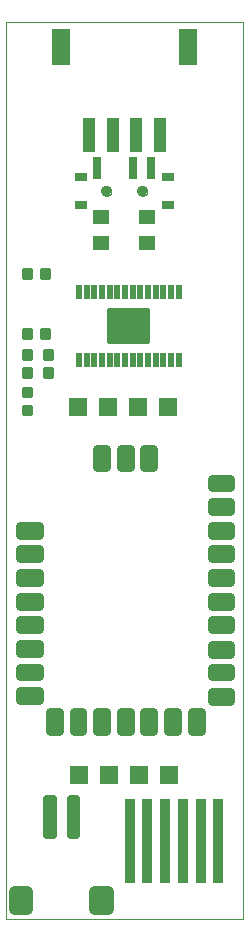
<source format=gts>
G75*
%MOIN*%
%OFA0B0*%
%FSLAX25Y25*%
%IPPOS*%
%LPD*%
%AMOC8*
5,1,8,0,0,1.08239X$1,22.5*
%
%ADD10C,0.00000*%
%ADD11C,0.01600*%
%ADD12R,0.01975X0.05124*%
%ADD13R,0.04376X0.11187*%
%ADD14R,0.06306X0.12211*%
%ADD15R,0.06337X0.06337*%
%ADD16C,0.00975*%
%ADD17C,0.02956*%
%ADD18R,0.03156X0.07487*%
%ADD19R,0.04400X0.03156*%
%ADD20C,0.03600*%
%ADD21C,0.02169*%
%ADD22C,0.04137*%
%ADD23R,0.03746X0.27959*%
%ADD24R,0.05518X0.04928*%
D10*
X0002667Y0001800D02*
X0002667Y0300700D01*
X0081667Y0300700D01*
X0081667Y0001800D01*
X0002667Y0001800D01*
X0034567Y0244300D02*
X0034569Y0244380D01*
X0034575Y0244459D01*
X0034585Y0244538D01*
X0034599Y0244617D01*
X0034616Y0244695D01*
X0034638Y0244772D01*
X0034663Y0244847D01*
X0034693Y0244921D01*
X0034725Y0244994D01*
X0034762Y0245065D01*
X0034802Y0245134D01*
X0034845Y0245201D01*
X0034892Y0245266D01*
X0034941Y0245328D01*
X0034994Y0245388D01*
X0035050Y0245445D01*
X0035108Y0245500D01*
X0035169Y0245551D01*
X0035233Y0245599D01*
X0035299Y0245644D01*
X0035367Y0245686D01*
X0035437Y0245724D01*
X0035509Y0245758D01*
X0035582Y0245789D01*
X0035657Y0245817D01*
X0035734Y0245840D01*
X0035811Y0245860D01*
X0035889Y0245876D01*
X0035968Y0245888D01*
X0036047Y0245896D01*
X0036127Y0245900D01*
X0036207Y0245900D01*
X0036287Y0245896D01*
X0036366Y0245888D01*
X0036445Y0245876D01*
X0036523Y0245860D01*
X0036600Y0245840D01*
X0036677Y0245817D01*
X0036752Y0245789D01*
X0036825Y0245758D01*
X0036897Y0245724D01*
X0036967Y0245686D01*
X0037035Y0245644D01*
X0037101Y0245599D01*
X0037165Y0245551D01*
X0037226Y0245500D01*
X0037284Y0245445D01*
X0037340Y0245388D01*
X0037393Y0245328D01*
X0037442Y0245266D01*
X0037489Y0245201D01*
X0037532Y0245134D01*
X0037572Y0245065D01*
X0037609Y0244994D01*
X0037641Y0244921D01*
X0037671Y0244847D01*
X0037696Y0244772D01*
X0037718Y0244695D01*
X0037735Y0244617D01*
X0037749Y0244538D01*
X0037759Y0244459D01*
X0037765Y0244380D01*
X0037767Y0244300D01*
X0037765Y0244220D01*
X0037759Y0244141D01*
X0037749Y0244062D01*
X0037735Y0243983D01*
X0037718Y0243905D01*
X0037696Y0243828D01*
X0037671Y0243753D01*
X0037641Y0243679D01*
X0037609Y0243606D01*
X0037572Y0243535D01*
X0037532Y0243466D01*
X0037489Y0243399D01*
X0037442Y0243334D01*
X0037393Y0243272D01*
X0037340Y0243212D01*
X0037284Y0243155D01*
X0037226Y0243100D01*
X0037165Y0243049D01*
X0037101Y0243001D01*
X0037035Y0242956D01*
X0036967Y0242914D01*
X0036897Y0242876D01*
X0036825Y0242842D01*
X0036752Y0242811D01*
X0036677Y0242783D01*
X0036600Y0242760D01*
X0036523Y0242740D01*
X0036445Y0242724D01*
X0036366Y0242712D01*
X0036287Y0242704D01*
X0036207Y0242700D01*
X0036127Y0242700D01*
X0036047Y0242704D01*
X0035968Y0242712D01*
X0035889Y0242724D01*
X0035811Y0242740D01*
X0035734Y0242760D01*
X0035657Y0242783D01*
X0035582Y0242811D01*
X0035509Y0242842D01*
X0035437Y0242876D01*
X0035367Y0242914D01*
X0035299Y0242956D01*
X0035233Y0243001D01*
X0035169Y0243049D01*
X0035108Y0243100D01*
X0035050Y0243155D01*
X0034994Y0243212D01*
X0034941Y0243272D01*
X0034892Y0243334D01*
X0034845Y0243399D01*
X0034802Y0243466D01*
X0034762Y0243535D01*
X0034725Y0243606D01*
X0034693Y0243679D01*
X0034663Y0243753D01*
X0034638Y0243828D01*
X0034616Y0243905D01*
X0034599Y0243983D01*
X0034585Y0244062D01*
X0034575Y0244141D01*
X0034569Y0244220D01*
X0034567Y0244300D01*
X0046567Y0244300D02*
X0046569Y0244380D01*
X0046575Y0244459D01*
X0046585Y0244538D01*
X0046599Y0244617D01*
X0046616Y0244695D01*
X0046638Y0244772D01*
X0046663Y0244847D01*
X0046693Y0244921D01*
X0046725Y0244994D01*
X0046762Y0245065D01*
X0046802Y0245134D01*
X0046845Y0245201D01*
X0046892Y0245266D01*
X0046941Y0245328D01*
X0046994Y0245388D01*
X0047050Y0245445D01*
X0047108Y0245500D01*
X0047169Y0245551D01*
X0047233Y0245599D01*
X0047299Y0245644D01*
X0047367Y0245686D01*
X0047437Y0245724D01*
X0047509Y0245758D01*
X0047582Y0245789D01*
X0047657Y0245817D01*
X0047734Y0245840D01*
X0047811Y0245860D01*
X0047889Y0245876D01*
X0047968Y0245888D01*
X0048047Y0245896D01*
X0048127Y0245900D01*
X0048207Y0245900D01*
X0048287Y0245896D01*
X0048366Y0245888D01*
X0048445Y0245876D01*
X0048523Y0245860D01*
X0048600Y0245840D01*
X0048677Y0245817D01*
X0048752Y0245789D01*
X0048825Y0245758D01*
X0048897Y0245724D01*
X0048967Y0245686D01*
X0049035Y0245644D01*
X0049101Y0245599D01*
X0049165Y0245551D01*
X0049226Y0245500D01*
X0049284Y0245445D01*
X0049340Y0245388D01*
X0049393Y0245328D01*
X0049442Y0245266D01*
X0049489Y0245201D01*
X0049532Y0245134D01*
X0049572Y0245065D01*
X0049609Y0244994D01*
X0049641Y0244921D01*
X0049671Y0244847D01*
X0049696Y0244772D01*
X0049718Y0244695D01*
X0049735Y0244617D01*
X0049749Y0244538D01*
X0049759Y0244459D01*
X0049765Y0244380D01*
X0049767Y0244300D01*
X0049765Y0244220D01*
X0049759Y0244141D01*
X0049749Y0244062D01*
X0049735Y0243983D01*
X0049718Y0243905D01*
X0049696Y0243828D01*
X0049671Y0243753D01*
X0049641Y0243679D01*
X0049609Y0243606D01*
X0049572Y0243535D01*
X0049532Y0243466D01*
X0049489Y0243399D01*
X0049442Y0243334D01*
X0049393Y0243272D01*
X0049340Y0243212D01*
X0049284Y0243155D01*
X0049226Y0243100D01*
X0049165Y0243049D01*
X0049101Y0243001D01*
X0049035Y0242956D01*
X0048967Y0242914D01*
X0048897Y0242876D01*
X0048825Y0242842D01*
X0048752Y0242811D01*
X0048677Y0242783D01*
X0048600Y0242760D01*
X0048523Y0242740D01*
X0048445Y0242724D01*
X0048366Y0242712D01*
X0048287Y0242704D01*
X0048207Y0242700D01*
X0048127Y0242700D01*
X0048047Y0242704D01*
X0047968Y0242712D01*
X0047889Y0242724D01*
X0047811Y0242740D01*
X0047734Y0242760D01*
X0047657Y0242783D01*
X0047582Y0242811D01*
X0047509Y0242842D01*
X0047437Y0242876D01*
X0047367Y0242914D01*
X0047299Y0242956D01*
X0047233Y0243001D01*
X0047169Y0243049D01*
X0047108Y0243100D01*
X0047050Y0243155D01*
X0046994Y0243212D01*
X0046941Y0243272D01*
X0046892Y0243334D01*
X0046845Y0243399D01*
X0046802Y0243466D01*
X0046762Y0243535D01*
X0046725Y0243606D01*
X0046693Y0243679D01*
X0046663Y0243753D01*
X0046638Y0243828D01*
X0046616Y0243905D01*
X0046599Y0243983D01*
X0046585Y0244062D01*
X0046575Y0244141D01*
X0046569Y0244220D01*
X0046567Y0244300D01*
D11*
X0049667Y0204800D02*
X0037167Y0204800D01*
X0037167Y0194300D01*
X0049667Y0194300D01*
X0049667Y0204800D01*
X0049667Y0204030D02*
X0037167Y0204030D01*
X0037167Y0202432D02*
X0049667Y0202432D01*
X0049667Y0200833D02*
X0037167Y0200833D01*
X0037167Y0199235D02*
X0049667Y0199235D01*
X0049667Y0197636D02*
X0037167Y0197636D01*
X0037167Y0196038D02*
X0049667Y0196038D01*
X0049667Y0194439D02*
X0037167Y0194439D01*
D12*
X0037269Y0187883D03*
X0034710Y0187883D03*
X0032151Y0187883D03*
X0029592Y0187883D03*
X0027033Y0187883D03*
X0027033Y0210717D03*
X0029592Y0210717D03*
X0032151Y0210717D03*
X0034710Y0210717D03*
X0037269Y0210717D03*
X0039828Y0210717D03*
X0042387Y0210717D03*
X0044946Y0210717D03*
X0047505Y0210717D03*
X0050064Y0210717D03*
X0052623Y0210717D03*
X0055182Y0210717D03*
X0057741Y0210717D03*
X0060301Y0210717D03*
X0060301Y0187883D03*
X0057741Y0187883D03*
X0055182Y0187883D03*
X0052623Y0187883D03*
X0050064Y0187883D03*
X0047505Y0187883D03*
X0044946Y0187883D03*
X0042387Y0187883D03*
X0039828Y0187883D03*
D13*
X0038230Y0262906D03*
X0046104Y0262906D03*
X0053978Y0262906D03*
X0030356Y0262906D03*
D14*
X0020907Y0292434D03*
X0063427Y0292434D03*
D15*
X0056667Y0172300D03*
X0046667Y0172300D03*
X0036667Y0172300D03*
X0026667Y0172300D03*
X0027167Y0049800D03*
X0037167Y0049800D03*
X0047167Y0049800D03*
X0057167Y0049800D03*
D16*
X0018130Y0182337D02*
X0018130Y0185263D01*
X0018130Y0182337D02*
X0015204Y0182337D01*
X0015204Y0185263D01*
X0018130Y0185263D01*
X0018130Y0183311D02*
X0015204Y0183311D01*
X0015204Y0184285D02*
X0018130Y0184285D01*
X0018130Y0185259D02*
X0015204Y0185259D01*
X0018130Y0188337D02*
X0018130Y0191263D01*
X0018130Y0188337D02*
X0015204Y0188337D01*
X0015204Y0191263D01*
X0018130Y0191263D01*
X0018130Y0189311D02*
X0015204Y0189311D01*
X0015204Y0190285D02*
X0018130Y0190285D01*
X0018130Y0191259D02*
X0015204Y0191259D01*
X0014204Y0198263D02*
X0017130Y0198263D01*
X0017130Y0195337D01*
X0014204Y0195337D01*
X0014204Y0198263D01*
X0014204Y0196311D02*
X0017130Y0196311D01*
X0017130Y0197285D02*
X0014204Y0197285D01*
X0014204Y0198259D02*
X0017130Y0198259D01*
X0017130Y0215337D02*
X0014204Y0215337D01*
X0014204Y0218263D01*
X0017130Y0218263D01*
X0017130Y0215337D01*
X0017130Y0216311D02*
X0014204Y0216311D01*
X0014204Y0217285D02*
X0017130Y0217285D01*
X0017130Y0218259D02*
X0014204Y0218259D01*
X0011130Y0215337D02*
X0008204Y0215337D01*
X0008204Y0218263D01*
X0011130Y0218263D01*
X0011130Y0215337D01*
X0011130Y0216311D02*
X0008204Y0216311D01*
X0008204Y0217285D02*
X0011130Y0217285D01*
X0011130Y0218259D02*
X0008204Y0218259D01*
X0008204Y0198263D02*
X0011130Y0198263D01*
X0011130Y0195337D01*
X0008204Y0195337D01*
X0008204Y0198263D01*
X0008204Y0196311D02*
X0011130Y0196311D01*
X0011130Y0197285D02*
X0008204Y0197285D01*
X0008204Y0198259D02*
X0011130Y0198259D01*
X0008204Y0191263D02*
X0008204Y0188337D01*
X0008204Y0191263D02*
X0011130Y0191263D01*
X0011130Y0188337D01*
X0008204Y0188337D01*
X0008204Y0189311D02*
X0011130Y0189311D01*
X0011130Y0190285D02*
X0008204Y0190285D01*
X0008204Y0191259D02*
X0011130Y0191259D01*
X0008204Y0185263D02*
X0008204Y0182337D01*
X0008204Y0185263D02*
X0011130Y0185263D01*
X0011130Y0182337D01*
X0008204Y0182337D01*
X0008204Y0183311D02*
X0011130Y0183311D01*
X0011130Y0184285D02*
X0008204Y0184285D01*
X0008204Y0185259D02*
X0011130Y0185259D01*
X0008204Y0178763D02*
X0008204Y0175837D01*
X0008204Y0178763D02*
X0011130Y0178763D01*
X0011130Y0175837D01*
X0008204Y0175837D01*
X0008204Y0176811D02*
X0011130Y0176811D01*
X0011130Y0177785D02*
X0008204Y0177785D01*
X0008204Y0178759D02*
X0011130Y0178759D01*
X0008204Y0172763D02*
X0008204Y0169837D01*
X0008204Y0172763D02*
X0011130Y0172763D01*
X0011130Y0169837D01*
X0008204Y0169837D01*
X0008204Y0170811D02*
X0011130Y0170811D01*
X0011130Y0171785D02*
X0008204Y0171785D01*
X0008204Y0172759D02*
X0011130Y0172759D01*
D17*
X0013616Y0129751D02*
X0007512Y0129751D01*
X0007512Y0132707D01*
X0013616Y0132707D01*
X0013616Y0129751D01*
X0013616Y0132706D02*
X0007512Y0132706D01*
X0007512Y0121877D02*
X0013616Y0121877D01*
X0007512Y0121877D02*
X0007512Y0124833D01*
X0013616Y0124833D01*
X0013616Y0121877D01*
X0013616Y0124832D02*
X0007512Y0124832D01*
X0007512Y0114003D02*
X0013616Y0114003D01*
X0007512Y0114003D02*
X0007512Y0116959D01*
X0013616Y0116959D01*
X0013616Y0114003D01*
X0013616Y0116958D02*
X0007512Y0116958D01*
X0007512Y0106129D02*
X0013616Y0106129D01*
X0007512Y0106129D02*
X0007512Y0109085D01*
X0013616Y0109085D01*
X0013616Y0106129D01*
X0013616Y0109084D02*
X0007512Y0109084D01*
X0007512Y0098255D02*
X0013616Y0098255D01*
X0007512Y0098255D02*
X0007512Y0101211D01*
X0013616Y0101211D01*
X0013616Y0098255D01*
X0013616Y0101210D02*
X0007512Y0101210D01*
X0007512Y0090381D02*
X0013616Y0090381D01*
X0007512Y0090381D02*
X0007512Y0093337D01*
X0013616Y0093337D01*
X0013616Y0090381D01*
X0013616Y0093336D02*
X0007512Y0093336D01*
X0007512Y0082507D02*
X0013616Y0082507D01*
X0007512Y0082507D02*
X0007512Y0085463D01*
X0013616Y0085463D01*
X0013616Y0082507D01*
X0013616Y0085462D02*
X0007512Y0085462D01*
X0007512Y0074633D02*
X0013616Y0074633D01*
X0007512Y0074633D02*
X0007512Y0077589D01*
X0013616Y0077589D01*
X0013616Y0074633D01*
X0013616Y0077588D02*
X0007512Y0077588D01*
X0017354Y0064398D02*
X0020310Y0064398D01*
X0017354Y0064398D02*
X0017354Y0070502D01*
X0020310Y0070502D01*
X0020310Y0064398D01*
X0020310Y0067353D02*
X0017354Y0067353D01*
X0017354Y0070308D02*
X0020310Y0070308D01*
X0025228Y0064398D02*
X0028184Y0064398D01*
X0025228Y0064398D02*
X0025228Y0070502D01*
X0028184Y0070502D01*
X0028184Y0064398D01*
X0028184Y0067353D02*
X0025228Y0067353D01*
X0025228Y0070308D02*
X0028184Y0070308D01*
X0033102Y0064398D02*
X0036058Y0064398D01*
X0033102Y0064398D02*
X0033102Y0070502D01*
X0036058Y0070502D01*
X0036058Y0064398D01*
X0036058Y0067353D02*
X0033102Y0067353D01*
X0033102Y0070308D02*
X0036058Y0070308D01*
X0040976Y0064398D02*
X0043932Y0064398D01*
X0040976Y0064398D02*
X0040976Y0070502D01*
X0043932Y0070502D01*
X0043932Y0064398D01*
X0043932Y0067353D02*
X0040976Y0067353D01*
X0040976Y0070308D02*
X0043932Y0070308D01*
X0048850Y0064398D02*
X0051806Y0064398D01*
X0048850Y0064398D02*
X0048850Y0070502D01*
X0051806Y0070502D01*
X0051806Y0064398D01*
X0051806Y0067353D02*
X0048850Y0067353D01*
X0048850Y0070308D02*
X0051806Y0070308D01*
X0056724Y0064398D02*
X0059680Y0064398D01*
X0056724Y0064398D02*
X0056724Y0070502D01*
X0059680Y0070502D01*
X0059680Y0064398D01*
X0059680Y0067353D02*
X0056724Y0067353D01*
X0056724Y0070308D02*
X0059680Y0070308D01*
X0064598Y0064398D02*
X0067554Y0064398D01*
X0064598Y0064398D02*
X0064598Y0070502D01*
X0067554Y0070502D01*
X0067554Y0064398D01*
X0067554Y0067353D02*
X0064598Y0067353D01*
X0064598Y0070308D02*
X0067554Y0070308D01*
X0071292Y0074239D02*
X0077396Y0074239D01*
X0071292Y0074239D02*
X0071292Y0077195D01*
X0077396Y0077195D01*
X0077396Y0074239D01*
X0077396Y0077194D02*
X0071292Y0077194D01*
X0071292Y0082507D02*
X0077396Y0082507D01*
X0071292Y0082507D02*
X0071292Y0085463D01*
X0077396Y0085463D01*
X0077396Y0082507D01*
X0077396Y0085462D02*
X0071292Y0085462D01*
X0071292Y0089987D02*
X0077396Y0089987D01*
X0071292Y0089987D02*
X0071292Y0092943D01*
X0077396Y0092943D01*
X0077396Y0089987D01*
X0077396Y0092942D02*
X0071292Y0092942D01*
X0071292Y0098255D02*
X0077396Y0098255D01*
X0071292Y0098255D02*
X0071292Y0101211D01*
X0077396Y0101211D01*
X0077396Y0098255D01*
X0077396Y0101210D02*
X0071292Y0101210D01*
X0071292Y0106129D02*
X0077396Y0106129D01*
X0071292Y0106129D02*
X0071292Y0109085D01*
X0077396Y0109085D01*
X0077396Y0106129D01*
X0077396Y0109084D02*
X0071292Y0109084D01*
X0071292Y0114003D02*
X0077396Y0114003D01*
X0071292Y0114003D02*
X0071292Y0116959D01*
X0077396Y0116959D01*
X0077396Y0114003D01*
X0077396Y0116958D02*
X0071292Y0116958D01*
X0071292Y0121877D02*
X0077396Y0121877D01*
X0071292Y0121877D02*
X0071292Y0124833D01*
X0077396Y0124833D01*
X0077396Y0121877D01*
X0077396Y0124832D02*
X0071292Y0124832D01*
X0071292Y0129751D02*
X0077396Y0129751D01*
X0071292Y0129751D02*
X0071292Y0132707D01*
X0077396Y0132707D01*
X0077396Y0129751D01*
X0077396Y0132706D02*
X0071292Y0132706D01*
X0071292Y0137625D02*
X0077396Y0137625D01*
X0071292Y0137625D02*
X0071292Y0140581D01*
X0077396Y0140581D01*
X0077396Y0137625D01*
X0077396Y0140580D02*
X0071292Y0140580D01*
X0071292Y0145499D02*
X0077396Y0145499D01*
X0071292Y0145499D02*
X0071292Y0148455D01*
X0077396Y0148455D01*
X0077396Y0145499D01*
X0077396Y0148454D02*
X0071292Y0148454D01*
X0051806Y0152193D02*
X0048850Y0152193D01*
X0048850Y0158297D01*
X0051806Y0158297D01*
X0051806Y0152193D01*
X0051806Y0155148D02*
X0048850Y0155148D01*
X0048850Y0158103D02*
X0051806Y0158103D01*
X0043932Y0152193D02*
X0040976Y0152193D01*
X0040976Y0158297D01*
X0043932Y0158297D01*
X0043932Y0152193D01*
X0043932Y0155148D02*
X0040976Y0155148D01*
X0040976Y0158103D02*
X0043932Y0158103D01*
X0036058Y0152193D02*
X0033102Y0152193D01*
X0033102Y0158297D01*
X0036058Y0158297D01*
X0036058Y0152193D01*
X0036058Y0155148D02*
X0033102Y0155148D01*
X0033102Y0158103D02*
X0036058Y0158103D01*
D18*
X0033167Y0252087D03*
X0045167Y0252087D03*
X0051167Y0252087D03*
D19*
X0056667Y0248828D03*
X0056667Y0239772D03*
X0027667Y0239772D03*
X0027667Y0248828D03*
D20*
X0036167Y0244300D03*
X0048167Y0244300D03*
D21*
X0026188Y0042002D02*
X0026188Y0029598D01*
X0024020Y0029598D01*
X0024020Y0042002D01*
X0026188Y0042002D01*
X0026188Y0031766D02*
X0024020Y0031766D01*
X0024020Y0033934D02*
X0026188Y0033934D01*
X0026188Y0036102D02*
X0024020Y0036102D01*
X0024020Y0038270D02*
X0026188Y0038270D01*
X0026188Y0040438D02*
X0024020Y0040438D01*
X0018314Y0042002D02*
X0018314Y0029598D01*
X0016146Y0029598D01*
X0016146Y0042002D01*
X0018314Y0042002D01*
X0018314Y0031766D02*
X0016146Y0031766D01*
X0016146Y0033934D02*
X0018314Y0033934D01*
X0018314Y0036102D02*
X0016146Y0036102D01*
X0016146Y0038270D02*
X0018314Y0038270D01*
X0018314Y0040438D02*
X0016146Y0040438D01*
D22*
X0009850Y0010569D02*
X0009850Y0004857D01*
X0005712Y0004857D01*
X0005712Y0010569D01*
X0009850Y0010569D01*
X0009850Y0008993D02*
X0005712Y0008993D01*
X0036621Y0010569D02*
X0036621Y0004857D01*
X0032483Y0004857D01*
X0032483Y0010569D01*
X0036621Y0010569D01*
X0036621Y0008993D02*
X0032483Y0008993D01*
D23*
X0043903Y0027800D03*
X0049808Y0027800D03*
X0055714Y0027800D03*
X0061619Y0027800D03*
X0067525Y0027800D03*
X0073430Y0027800D03*
D24*
X0049844Y0227068D03*
X0049844Y0235532D03*
X0034489Y0235532D03*
X0034489Y0227068D03*
M02*

</source>
